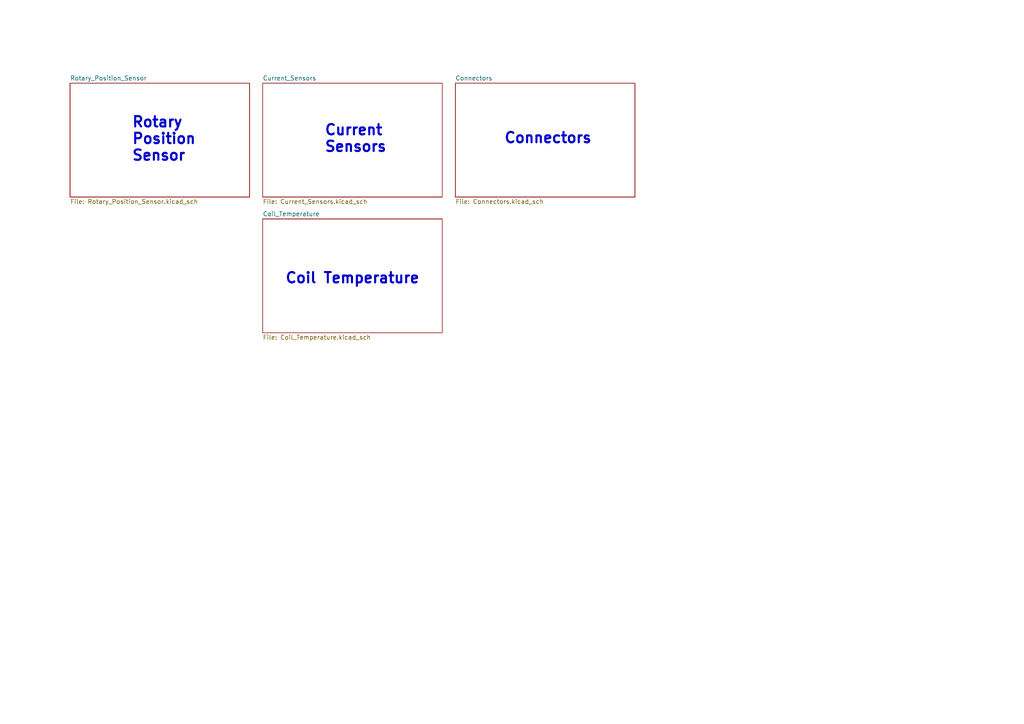
<source format=kicad_sch>
(kicad_sch (version 20230121) (generator eeschema)
  (paper "A4")
  (lib_symbols)
  (text "Connectors" (at 146.05 41.91 0) (effects (font (size 3 3) (thickness 0.6) bold) (justify left bottom)))
  (text "Coil Temperature" (at 82.55 82.55 0) (effects (font (size 3 3) (thickness 0.6) bold) (justify left bottom)))
  (text "Current\nSensors\n" (at 93.98 44.45 0) (effects (font (size 3 3) (thickness 0.6) bold) (justify left bottom)))
  (text "Rotary\nPosition\nSensor\n" (at 38.1 46.99 0) (effects (font (size 3 3) (thickness 0.6) bold) (justify left bottom)))
  (sheet (at 132.08 24.13) (size 52.07 33.02) (stroke (width 0.1524))
    (property "Sheetname" "Connectors" (at 132.08 23.4184 0) (effects (justify left bottom)))
    (property "Sheetfile" "Connectors.kicad_sch" (at 132.08 57.7346 0) (effects (justify left top)))
  )
  (sheet (at 76.2 63.5) (size 52.07 33.02) (stroke (width 0.1524))
    (property "Sheetname" "Coil_Temperature" (at 76.2 62.7884 0) (effects (justify left bottom)))
    (property "Sheetfile" "Coil_Temperature.kicad_sch" (at 76.2 97.1046 0) (effects (justify left top)))
  )
  (sheet (at 76.2 24.13) (size 52.07 33.02) (stroke (width 0.1524))
    (property "Sheetname" "Current_Sensors" (at 76.2 23.4184 0) (effects (justify left bottom)))
    (property "Sheetfile" "Current_Sensors.kicad_sch" (at 76.2 57.7346 0) (effects (justify left top)))
  )
  (sheet (at 20.32 24.13) (size 52.07 33.02) (stroke (width 0.1524))
    (property "Sheetname" "Rotary_Position_Sensor" (at 20.32 23.4184 0) (effects (justify left bottom)))
    (property "Sheetfile" "Rotary_Position_Sensor.kicad_sch" (at 20.32 57.7346 0) (effects (justify left top)))
  )
)
</source>
